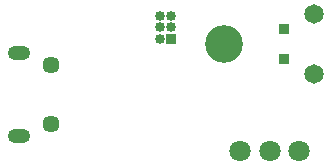
<source format=gbs>
G04 #@! TF.GenerationSoftware,KiCad,Pcbnew,7.0.6*
G04 #@! TF.CreationDate,2023-11-30T23:44:17-05:00*
G04 #@! TF.ProjectId,Interruptor,496e7465-7272-4757-9074-6f722e6b6963,1.0*
G04 #@! TF.SameCoordinates,Original*
G04 #@! TF.FileFunction,Soldermask,Bot*
G04 #@! TF.FilePolarity,Negative*
%FSLAX46Y46*%
G04 Gerber Fmt 4.6, Leading zero omitted, Abs format (unit mm)*
G04 Created by KiCad (PCBNEW 7.0.6) date 2023-11-30 23:44:17*
%MOMM*%
%LPD*%
G01*
G04 APERTURE LIST*
%ADD10O,1.900000X1.200000*%
%ADD11C,1.450000*%
%ADD12C,1.650000*%
%ADD13C,3.200000*%
%ADD14R,0.900000X0.900000*%
%ADD15R,0.850000X0.850000*%
%ADD16O,0.850000X0.850000*%
%ADD17C,1.800000*%
G04 APERTURE END LIST*
D10*
X133100000Y-93400000D03*
D11*
X135800000Y-94400000D03*
X135800000Y-99400000D03*
D10*
X133100000Y-100400000D03*
D12*
X158092500Y-90060000D03*
D13*
X150472500Y-92600000D03*
D12*
X158092500Y-95140000D03*
D14*
X155552500Y-91330000D03*
X155552500Y-93870000D03*
D15*
X146000000Y-92200000D03*
D16*
X145000000Y-92200000D03*
X146000000Y-91200000D03*
X145000000Y-91200000D03*
X146000000Y-90200000D03*
X145000000Y-90200000D03*
D17*
X156800000Y-101700000D03*
X154300000Y-101700000D03*
X151800000Y-101700000D03*
M02*

</source>
